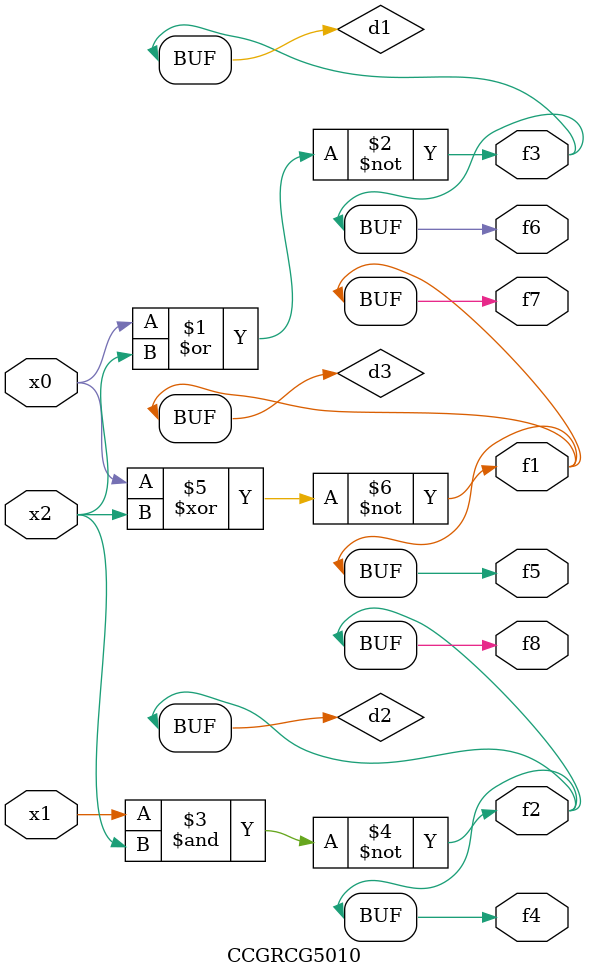
<source format=v>
module CCGRCG5010(
	input x0, x1, x2,
	output f1, f2, f3, f4, f5, f6, f7, f8
);

	wire d1, d2, d3;

	nor (d1, x0, x2);
	nand (d2, x1, x2);
	xnor (d3, x0, x2);
	assign f1 = d3;
	assign f2 = d2;
	assign f3 = d1;
	assign f4 = d2;
	assign f5 = d3;
	assign f6 = d1;
	assign f7 = d3;
	assign f8 = d2;
endmodule

</source>
